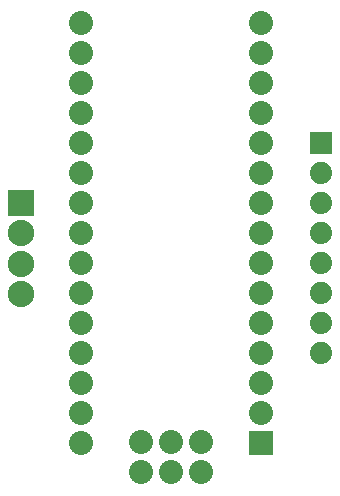
<source format=gbs>
G04 MADE WITH FRITZING*
G04 WWW.FRITZING.ORG*
G04 DOUBLE SIDED*
G04 HOLES PLATED*
G04 CONTOUR ON CENTER OF CONTOUR VECTOR*
%ASAXBY*%
%FSLAX23Y23*%
%MOIN*%
%OFA0B0*%
%SFA1.0B1.0*%
%ADD10C,0.074000*%
%ADD11C,0.080000*%
%ADD12C,0.088000*%
%ADD13R,0.074000X0.074000*%
%ADD14R,0.079958X0.080000*%
%ADD15R,0.087944X0.087986*%
%LNMASK0*%
G90*
G70*
G54D10*
X1291Y1153D03*
X1291Y1053D03*
X1291Y953D03*
X1291Y853D03*
X1291Y753D03*
X1291Y653D03*
X1291Y553D03*
X1291Y453D03*
G54D11*
X1091Y153D03*
X1091Y253D03*
X1091Y353D03*
X1091Y453D03*
X1091Y553D03*
X1091Y653D03*
X1091Y753D03*
X1091Y853D03*
X1091Y953D03*
X1091Y1053D03*
X1091Y1153D03*
X1091Y1253D03*
X1091Y1353D03*
X1091Y1453D03*
X1091Y1553D03*
X491Y153D03*
X491Y253D03*
X491Y353D03*
X491Y453D03*
X491Y553D03*
X491Y653D03*
X491Y753D03*
X491Y853D03*
X491Y953D03*
X491Y1053D03*
X491Y1153D03*
X491Y1253D03*
X491Y1353D03*
X491Y1453D03*
X491Y1553D03*
X891Y57D03*
X891Y157D03*
X790Y57D03*
X790Y157D03*
X690Y57D03*
X690Y157D03*
G54D12*
X291Y953D03*
X291Y853D03*
X291Y752D03*
X291Y652D03*
G54D13*
X1291Y1153D03*
G54D14*
X1091Y153D03*
G54D15*
X291Y953D03*
G04 End of Mask0*
M02*
</source>
